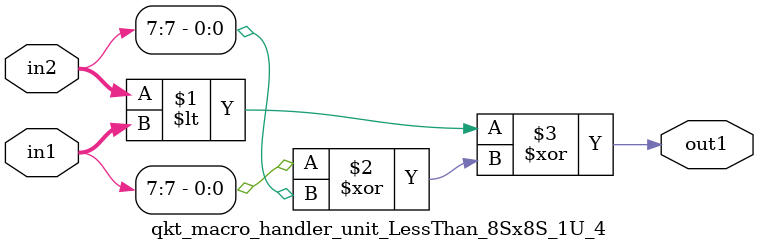
<source format=v>

`timescale 1ps / 1ps


module qkt_macro_handler_unit_LessThan_8Sx8S_1U_4( in2, in1, out1 );

    input [7:0] in2;
    input [7:0] in1;
    output out1;

    
    // rtl_process:qkt_macro_handler_unit_LessThan_8Sx8S_1U_4/qkt_macro_handler_unit_LessThan_8Sx8S_1U_4_thread_1
    assign out1 = (in2 < in1 ^ (in1[7] ^ in2[7]));

endmodule


</source>
